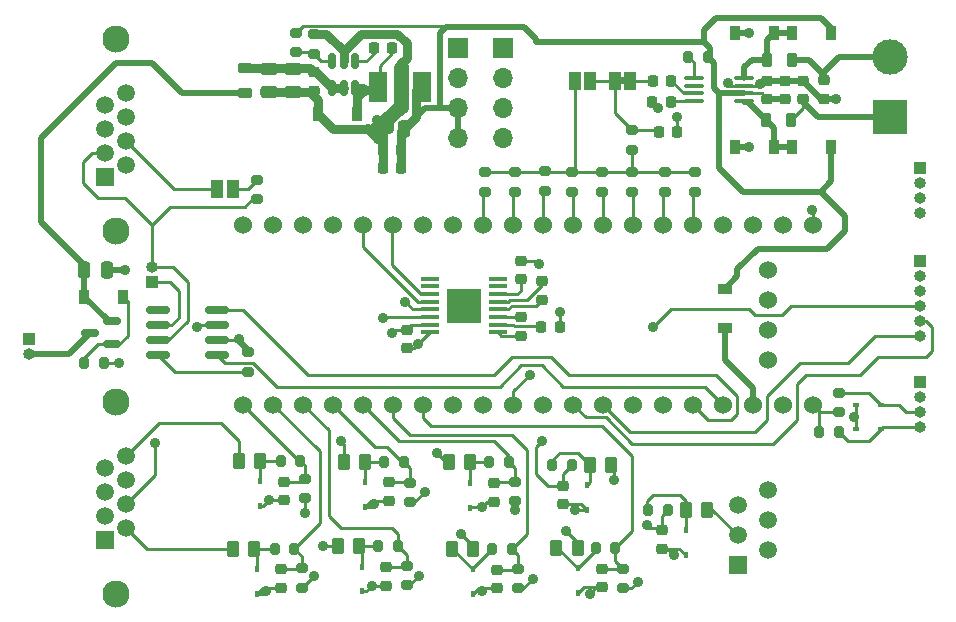
<source format=gtl>
G04 #@! TF.GenerationSoftware,KiCad,Pcbnew,(6.0.0)*
G04 #@! TF.CreationDate,2022-01-06T20:39:02+01:00*
G04 #@! TF.ProjectId,soar_audio,736f6172-5f61-4756-9469-6f2e6b696361,v1.0*
G04 #@! TF.SameCoordinates,Original*
G04 #@! TF.FileFunction,Copper,L1,Top*
G04 #@! TF.FilePolarity,Positive*
%FSLAX46Y46*%
G04 Gerber Fmt 4.6, Leading zero omitted, Abs format (unit mm)*
G04 Created by KiCad (PCBNEW (6.0.0)) date 2022-01-06 20:39:02*
%MOMM*%
%LPD*%
G01*
G04 APERTURE LIST*
G04 Aperture macros list*
%AMRoundRect*
0 Rectangle with rounded corners*
0 $1 Rounding radius*
0 $2 $3 $4 $5 $6 $7 $8 $9 X,Y pos of 4 corners*
0 Add a 4 corners polygon primitive as box body*
4,1,4,$2,$3,$4,$5,$6,$7,$8,$9,$2,$3,0*
0 Add four circle primitives for the rounded corners*
1,1,$1+$1,$2,$3*
1,1,$1+$1,$4,$5*
1,1,$1+$1,$6,$7*
1,1,$1+$1,$8,$9*
0 Add four rect primitives between the rounded corners*
20,1,$1+$1,$2,$3,$4,$5,0*
20,1,$1+$1,$4,$5,$6,$7,0*
20,1,$1+$1,$6,$7,$8,$9,0*
20,1,$1+$1,$8,$9,$2,$3,0*%
G04 Aperture macros list end*
G04 #@! TA.AperFunction,ComponentPad*
%ADD10R,1.500000X1.500000*%
G04 #@! TD*
G04 #@! TA.AperFunction,ComponentPad*
%ADD11C,1.500000*%
G04 #@! TD*
G04 #@! TA.AperFunction,ComponentPad*
%ADD12C,2.300000*%
G04 #@! TD*
G04 #@! TA.AperFunction,SMDPad,CuDef*
%ADD13RoundRect,0.100000X0.675000X0.100000X-0.675000X0.100000X-0.675000X-0.100000X0.675000X-0.100000X0*%
G04 #@! TD*
G04 #@! TA.AperFunction,SMDPad,CuDef*
%ADD14R,3.000000X3.000000*%
G04 #@! TD*
G04 #@! TA.AperFunction,SMDPad,CuDef*
%ADD15RoundRect,0.225000X-0.250000X0.225000X-0.250000X-0.225000X0.250000X-0.225000X0.250000X0.225000X0*%
G04 #@! TD*
G04 #@! TA.AperFunction,SMDPad,CuDef*
%ADD16RoundRect,0.225000X0.225000X0.250000X-0.225000X0.250000X-0.225000X-0.250000X0.225000X-0.250000X0*%
G04 #@! TD*
G04 #@! TA.AperFunction,ComponentPad*
%ADD17R,1.000000X1.000000*%
G04 #@! TD*
G04 #@! TA.AperFunction,ComponentPad*
%ADD18O,1.000000X1.000000*%
G04 #@! TD*
G04 #@! TA.AperFunction,SMDPad,CuDef*
%ADD19R,1.000000X1.500000*%
G04 #@! TD*
G04 #@! TA.AperFunction,SMDPad,CuDef*
%ADD20RoundRect,0.225000X0.250000X-0.225000X0.250000X0.225000X-0.250000X0.225000X-0.250000X-0.225000X0*%
G04 #@! TD*
G04 #@! TA.AperFunction,SMDPad,CuDef*
%ADD21R,0.900000X1.200000*%
G04 #@! TD*
G04 #@! TA.AperFunction,SMDPad,CuDef*
%ADD22RoundRect,0.200000X-0.275000X0.200000X-0.275000X-0.200000X0.275000X-0.200000X0.275000X0.200000X0*%
G04 #@! TD*
G04 #@! TA.AperFunction,SMDPad,CuDef*
%ADD23RoundRect,0.225000X-0.225000X-0.250000X0.225000X-0.250000X0.225000X0.250000X-0.225000X0.250000X0*%
G04 #@! TD*
G04 #@! TA.AperFunction,SMDPad,CuDef*
%ADD24RoundRect,0.150000X0.825000X0.150000X-0.825000X0.150000X-0.825000X-0.150000X0.825000X-0.150000X0*%
G04 #@! TD*
G04 #@! TA.AperFunction,SMDPad,CuDef*
%ADD25RoundRect,0.200000X-0.200000X-0.275000X0.200000X-0.275000X0.200000X0.275000X-0.200000X0.275000X0*%
G04 #@! TD*
G04 #@! TA.AperFunction,SMDPad,CuDef*
%ADD26RoundRect,0.250000X0.262500X0.450000X-0.262500X0.450000X-0.262500X-0.450000X0.262500X-0.450000X0*%
G04 #@! TD*
G04 #@! TA.AperFunction,SMDPad,CuDef*
%ADD27R,0.450000X0.600000*%
G04 #@! TD*
G04 #@! TA.AperFunction,ComponentPad*
%ADD28R,1.700000X1.700000*%
G04 #@! TD*
G04 #@! TA.AperFunction,ComponentPad*
%ADD29O,1.700000X1.700000*%
G04 #@! TD*
G04 #@! TA.AperFunction,SMDPad,CuDef*
%ADD30RoundRect,0.250000X-0.250000X-0.475000X0.250000X-0.475000X0.250000X0.475000X-0.250000X0.475000X0*%
G04 #@! TD*
G04 #@! TA.AperFunction,SMDPad,CuDef*
%ADD31RoundRect,0.250000X-0.475000X0.250000X-0.475000X-0.250000X0.475000X-0.250000X0.475000X0.250000X0*%
G04 #@! TD*
G04 #@! TA.AperFunction,SMDPad,CuDef*
%ADD32RoundRect,0.250000X-0.262500X-0.450000X0.262500X-0.450000X0.262500X0.450000X-0.262500X0.450000X0*%
G04 #@! TD*
G04 #@! TA.AperFunction,SMDPad,CuDef*
%ADD33RoundRect,0.200000X0.275000X-0.200000X0.275000X0.200000X-0.275000X0.200000X-0.275000X-0.200000X0*%
G04 #@! TD*
G04 #@! TA.AperFunction,ComponentPad*
%ADD34R,3.000000X3.000000*%
G04 #@! TD*
G04 #@! TA.AperFunction,ComponentPad*
%ADD35C,3.000000*%
G04 #@! TD*
G04 #@! TA.AperFunction,ComponentPad*
%ADD36C,1.524000*%
G04 #@! TD*
G04 #@! TA.AperFunction,SMDPad,CuDef*
%ADD37RoundRect,0.100000X-0.712500X-0.100000X0.712500X-0.100000X0.712500X0.100000X-0.712500X0.100000X0*%
G04 #@! TD*
G04 #@! TA.AperFunction,SMDPad,CuDef*
%ADD38R,0.600000X0.450000*%
G04 #@! TD*
G04 #@! TA.AperFunction,SMDPad,CuDef*
%ADD39RoundRect,0.218750X-0.218750X-0.381250X0.218750X-0.381250X0.218750X0.381250X-0.218750X0.381250X0*%
G04 #@! TD*
G04 #@! TA.AperFunction,SMDPad,CuDef*
%ADD40RoundRect,0.200000X0.200000X0.275000X-0.200000X0.275000X-0.200000X-0.275000X0.200000X-0.275000X0*%
G04 #@! TD*
G04 #@! TA.AperFunction,SMDPad,CuDef*
%ADD41RoundRect,0.250000X0.250000X0.475000X-0.250000X0.475000X-0.250000X-0.475000X0.250000X-0.475000X0*%
G04 #@! TD*
G04 #@! TA.AperFunction,SMDPad,CuDef*
%ADD42RoundRect,0.218750X0.381250X-0.218750X0.381250X0.218750X-0.381250X0.218750X-0.381250X-0.218750X0*%
G04 #@! TD*
G04 #@! TA.AperFunction,SMDPad,CuDef*
%ADD43RoundRect,0.150000X-0.150000X0.512500X-0.150000X-0.512500X0.150000X-0.512500X0.150000X0.512500X0*%
G04 #@! TD*
G04 #@! TA.AperFunction,SMDPad,CuDef*
%ADD44R,1.500000X2.500000*%
G04 #@! TD*
G04 #@! TA.AperFunction,SMDPad,CuDef*
%ADD45RoundRect,0.150000X0.587500X0.150000X-0.587500X0.150000X-0.587500X-0.150000X0.587500X-0.150000X0*%
G04 #@! TD*
G04 #@! TA.AperFunction,SMDPad,CuDef*
%ADD46R,1.200000X0.900000*%
G04 #@! TD*
G04 #@! TA.AperFunction,ComponentPad*
%ADD47R,1.520000X1.520000*%
G04 #@! TD*
G04 #@! TA.AperFunction,ComponentPad*
%ADD48C,1.520000*%
G04 #@! TD*
G04 #@! TA.AperFunction,ViaPad*
%ADD49C,0.900000*%
G04 #@! TD*
G04 #@! TA.AperFunction,Conductor*
%ADD50C,0.250000*%
G04 #@! TD*
G04 #@! TA.AperFunction,Conductor*
%ADD51C,0.500000*%
G04 #@! TD*
G04 #@! TA.AperFunction,Conductor*
%ADD52C,0.750000*%
G04 #@! TD*
G04 APERTURE END LIST*
G36*
X153920000Y-72944000D02*
G01*
X153420000Y-72944000D01*
X153420000Y-72344000D01*
X153920000Y-72344000D01*
X153920000Y-72944000D01*
G37*
D10*
X109853000Y-80776000D03*
D11*
X109853000Y-78744000D03*
X109853000Y-76712000D03*
X109853000Y-74680000D03*
X111633000Y-79760000D03*
X111633000Y-77728000D03*
X111633000Y-75696000D03*
X111633000Y-73664000D03*
D12*
X110743000Y-69086000D03*
X110743000Y-85346000D03*
D10*
X109853000Y-111510000D03*
D11*
X109853000Y-109478000D03*
X109853000Y-107446000D03*
X109853000Y-105414000D03*
X111633000Y-110494000D03*
X111633000Y-108462000D03*
X111633000Y-106430000D03*
X111633000Y-104398000D03*
D12*
X110743000Y-99820000D03*
X110743000Y-116080000D03*
D13*
X143083000Y-93969000D03*
X143083000Y-93319000D03*
X143083000Y-92669000D03*
X143083000Y-92019000D03*
X143083000Y-91369000D03*
X143083000Y-90719000D03*
X143083000Y-90069000D03*
X143083000Y-89419000D03*
X137333000Y-89419000D03*
X137333000Y-90069000D03*
X137333000Y-90719000D03*
X137333000Y-91369000D03*
X137333000Y-92019000D03*
X137333000Y-92669000D03*
X137333000Y-93319000D03*
X137333000Y-93969000D03*
D14*
X140208000Y-91694000D03*
D15*
X145034000Y-87884000D03*
X145034000Y-89434000D03*
D16*
X148336000Y-93472000D03*
X146786000Y-93472000D03*
D15*
X146812000Y-89636000D03*
X146812000Y-91186000D03*
X135382000Y-93726000D03*
X135382000Y-95276000D03*
X145034000Y-92684000D03*
X145034000Y-94234000D03*
D17*
X103378000Y-94488000D03*
D18*
X103378000Y-95758000D03*
D19*
X153020000Y-72644000D03*
X154320000Y-72644000D03*
D20*
X143002000Y-115596000D03*
X143002000Y-114046000D03*
D21*
X166496000Y-68580000D03*
X163196000Y-68580000D03*
D15*
X170688000Y-72631000D03*
X170688000Y-74181000D03*
D22*
X121920000Y-95632000D03*
X121920000Y-97282000D03*
D23*
X133337000Y-78486000D03*
X134887000Y-78486000D03*
D24*
X119315000Y-95885000D03*
X119315000Y-94615000D03*
X119315000Y-93345000D03*
X119315000Y-92075000D03*
X114365000Y-92075000D03*
X114365000Y-93345000D03*
X114365000Y-94615000D03*
X114365000Y-95885000D03*
D20*
X124968000Y-108167000D03*
X124968000Y-106617000D03*
D22*
X144526000Y-106617000D03*
X144526000Y-108267000D03*
D25*
X151384000Y-112205000D03*
X153034000Y-112205000D03*
D26*
X152701000Y-105156000D03*
X150876000Y-105156000D03*
D27*
X122936000Y-108683000D03*
X122936000Y-106583000D03*
D28*
X143510000Y-69860000D03*
D29*
X143510000Y-72400000D03*
X143510000Y-74940000D03*
X143510000Y-77480000D03*
D30*
X108082000Y-88646000D03*
X109982000Y-88646000D03*
D27*
X140970000Y-116112000D03*
X140970000Y-114012000D03*
D16*
X134125000Y-69850000D03*
X132575000Y-69850000D03*
D31*
X125730000Y-71694000D03*
X125730000Y-73594000D03*
D32*
X121158000Y-104839000D03*
X122983000Y-104839000D03*
D33*
X157226000Y-82042000D03*
X157226000Y-80392000D03*
D21*
X131190000Y-75438000D03*
X127890000Y-75438000D03*
D27*
X159004000Y-112810000D03*
X159004000Y-110710000D03*
D16*
X134887000Y-80010000D03*
X133337000Y-80010000D03*
D19*
X119350000Y-81788000D03*
X120650000Y-81788000D03*
D25*
X142368000Y-104965000D03*
X144018000Y-104965000D03*
D22*
X153670000Y-113983000D03*
X153670000Y-115633000D03*
D17*
X113792000Y-89662000D03*
D18*
X113792000Y-88392000D03*
D22*
X135382000Y-113729000D03*
X135382000Y-115379000D03*
D26*
X160829000Y-108966000D03*
X159004000Y-108966000D03*
D20*
X127508000Y-73485000D03*
X127508000Y-71935000D03*
D17*
X178816000Y-80010000D03*
D18*
X178816000Y-81280000D03*
X178816000Y-82550000D03*
X178816000Y-83820000D03*
D22*
X147066000Y-80329000D03*
X147066000Y-81979000D03*
D34*
X176276000Y-75692000D03*
D35*
X176276000Y-70612000D03*
D25*
X133478000Y-104902000D03*
X135128000Y-104902000D03*
D36*
X165989000Y-96266000D03*
X169799000Y-100076000D03*
X126619000Y-84836000D03*
X164719000Y-100076000D03*
X167259000Y-100076000D03*
X165989000Y-88646000D03*
X121539000Y-84836000D03*
X124079000Y-84836000D03*
X129159000Y-84836000D03*
X159639000Y-84836000D03*
X157099000Y-84836000D03*
X154559000Y-84836000D03*
X152019000Y-84836000D03*
X149479000Y-84836000D03*
X146939000Y-84836000D03*
X144399000Y-84836000D03*
X141859000Y-84836000D03*
X131699000Y-100076000D03*
X134239000Y-100076000D03*
X136779000Y-100076000D03*
X139319000Y-100076000D03*
X141859000Y-100076000D03*
X144399000Y-100076000D03*
X139319000Y-84836000D03*
X136779000Y-84836000D03*
X146939000Y-100076000D03*
X149479000Y-100076000D03*
X152019000Y-100076000D03*
X154559000Y-100076000D03*
X157099000Y-100076000D03*
X159639000Y-100076000D03*
X162179000Y-100076000D03*
X134239000Y-84836000D03*
X131699000Y-84836000D03*
X121539000Y-100076000D03*
X124079000Y-100076000D03*
X126619000Y-100076000D03*
X129159000Y-100076000D03*
X167259000Y-84836000D03*
X164719000Y-84836000D03*
X162179000Y-84836000D03*
X165989000Y-91186000D03*
X165989000Y-93726000D03*
X169799000Y-84836000D03*
D20*
X156972000Y-112281000D03*
X156972000Y-110731000D03*
X148590000Y-108484000D03*
X148590000Y-106934000D03*
D22*
X144526000Y-80392000D03*
X144526000Y-82042000D03*
D37*
X159732000Y-72431000D03*
X159732000Y-73081000D03*
X159732000Y-73731000D03*
X159732000Y-74381000D03*
X163957000Y-74381000D03*
X163957000Y-73731000D03*
X163957000Y-73081000D03*
X163957000Y-72431000D03*
D38*
X173448000Y-102108000D03*
X175548000Y-102108000D03*
D16*
X157747000Y-72644000D03*
X156197000Y-72644000D03*
D25*
X147702000Y-105156000D03*
X149352000Y-105156000D03*
D22*
X126492000Y-113920000D03*
X126492000Y-115570000D03*
X159766000Y-80392000D03*
X159766000Y-82042000D03*
D28*
X139700000Y-69860000D03*
D29*
X139700000Y-72400000D03*
X139700000Y-74940000D03*
X139700000Y-77480000D03*
D33*
X154432000Y-78486000D03*
X154432000Y-76836000D03*
D21*
X171322000Y-78232000D03*
X168022000Y-78232000D03*
D31*
X123698000Y-71694000D03*
X123698000Y-73594000D03*
D39*
X165908500Y-70866000D03*
X168033500Y-70866000D03*
D22*
X125984000Y-68580000D03*
X125984000Y-70230000D03*
D26*
X141017000Y-112268000D03*
X139192000Y-112268000D03*
D23*
X156184000Y-74422000D03*
X157734000Y-74422000D03*
D33*
X171958000Y-100710000D03*
X171958000Y-99060000D03*
D19*
X150906000Y-72644000D03*
X149606000Y-72644000D03*
D27*
X149860000Y-116049000D03*
X149860000Y-113949000D03*
D25*
X124206000Y-112268000D03*
X125856000Y-112268000D03*
D22*
X141986000Y-80392000D03*
X141986000Y-82042000D03*
D20*
X133604000Y-115405000D03*
X133604000Y-113855000D03*
D32*
X138938000Y-104965000D03*
X140763000Y-104965000D03*
D22*
X151892000Y-80392000D03*
X151892000Y-82042000D03*
D25*
X142622000Y-112268000D03*
X144272000Y-112268000D03*
D40*
X109728000Y-96520000D03*
X108078000Y-96520000D03*
D27*
X131826000Y-108746000D03*
X131826000Y-106646000D03*
D40*
X160891500Y-70612000D03*
X159241500Y-70612000D03*
D27*
X150622000Y-109000000D03*
X150622000Y-106900000D03*
D21*
X108078000Y-90932000D03*
X111378000Y-90932000D03*
D17*
X178816000Y-98176000D03*
D18*
X178816000Y-99446000D03*
X178816000Y-100716000D03*
X178816000Y-101986000D03*
D20*
X165908500Y-74194000D03*
X165908500Y-72644000D03*
D41*
X135128000Y-76708000D03*
X133228000Y-76708000D03*
D20*
X124714000Y-115570000D03*
X124714000Y-114020000D03*
D22*
X154432000Y-80392000D03*
X154432000Y-82042000D03*
D27*
X122682000Y-116112000D03*
X122682000Y-114012000D03*
D22*
X149352000Y-80392000D03*
X149352000Y-82042000D03*
D42*
X121666000Y-73726000D03*
X121666000Y-71601000D03*
D20*
X168956500Y-74194000D03*
X168956500Y-72644000D03*
D43*
X130998000Y-70998500D03*
X130048000Y-70998500D03*
X129098000Y-70998500D03*
X129098000Y-73273500D03*
X130048000Y-73273500D03*
X130998000Y-73273500D03*
D32*
X130048000Y-104902000D03*
X131873000Y-104902000D03*
D25*
X170308000Y-102362000D03*
X171958000Y-102362000D03*
D20*
X133858000Y-108204000D03*
X133858000Y-106654000D03*
D44*
X132952000Y-73152000D03*
X136652000Y-73152000D03*
D27*
X131572000Y-115887000D03*
X131572000Y-113787000D03*
D25*
X155830000Y-108966000D03*
X157480000Y-108966000D03*
D16*
X158268000Y-76962000D03*
X156718000Y-76962000D03*
D20*
X151892000Y-115533000D03*
X151892000Y-113983000D03*
D27*
X140716000Y-108809000D03*
X140716000Y-106709000D03*
D25*
X132970000Y-112077000D03*
X134620000Y-112077000D03*
D38*
X173448000Y-100076000D03*
X175548000Y-100076000D03*
D33*
X127508000Y-70358000D03*
X127508000Y-68708000D03*
D45*
X110411500Y-94930000D03*
X110411500Y-93030000D03*
X108536500Y-93980000D03*
D21*
X171322000Y-68580000D03*
X168022000Y-68580000D03*
D32*
X129540000Y-112077000D03*
X131365000Y-112077000D03*
D46*
X162306000Y-93598000D03*
X162306000Y-90298000D03*
D17*
X178816000Y-87884000D03*
D18*
X178816000Y-89154000D03*
X178816000Y-90424000D03*
X178816000Y-91694000D03*
X178816000Y-92964000D03*
X178816000Y-94234000D03*
D20*
X142748000Y-108293000D03*
X142748000Y-106743000D03*
D26*
X149860000Y-112205000D03*
X148035000Y-112205000D03*
D21*
X166496000Y-78232000D03*
X163196000Y-78232000D03*
D33*
X122682000Y-82676000D03*
X122682000Y-81026000D03*
D39*
X165815500Y-75946000D03*
X167940500Y-75946000D03*
D47*
X163426000Y-113660000D03*
D48*
X165966000Y-112390000D03*
X163426000Y-111120000D03*
X165966000Y-109850000D03*
X163426000Y-108580000D03*
X165966000Y-107310000D03*
D22*
X126746000Y-106363000D03*
X126746000Y-108013000D03*
D20*
X167432500Y-74194000D03*
X167432500Y-72644000D03*
D25*
X124714000Y-104839000D03*
X126364000Y-104839000D03*
D22*
X144780000Y-113983000D03*
X144780000Y-115633000D03*
X135636000Y-106680000D03*
X135636000Y-108330000D03*
D32*
X120650000Y-112268000D03*
X122475000Y-112268000D03*
D49*
X135215345Y-91352655D03*
X133350000Y-92710000D03*
X146558000Y-88138000D03*
X148336000Y-92202000D03*
X136352000Y-94950000D03*
X134112000Y-93980000D03*
X158242000Y-75692000D03*
X132588000Y-108458000D03*
X149606000Y-108966000D03*
X157988000Y-112776000D03*
X162557877Y-72831500D03*
X132969000Y-77597000D03*
X141732000Y-115824000D03*
X110998000Y-96520000D03*
X121158000Y-94488000D03*
X123444000Y-115824000D03*
X171704000Y-74168000D03*
X150876000Y-116078000D03*
X164338000Y-78232000D03*
X141732000Y-108712000D03*
X133858000Y-76708000D03*
X132423000Y-115405000D03*
X111506000Y-88646000D03*
X173228000Y-101092000D03*
X156677606Y-74943175D03*
X165310662Y-72956500D03*
X132080000Y-76708000D03*
X132842000Y-75946000D03*
X123735000Y-108167000D03*
X164338000Y-68580000D03*
X126746000Y-109220000D03*
X136906000Y-107442000D03*
X136398000Y-114554000D03*
X154940000Y-115062000D03*
X169672000Y-83566000D03*
X144526000Y-108966000D03*
X117602000Y-93472000D03*
X146050000Y-114808000D03*
X127508000Y-114554000D03*
X145796000Y-97536000D03*
X128270000Y-112014000D03*
X137922000Y-104140000D03*
X148844000Y-110744000D03*
X114046000Y-103365500D03*
X129794000Y-103136500D03*
X139954000Y-110998000D03*
X156210000Y-93472000D03*
X155702000Y-110236000D03*
X146812000Y-103124000D03*
X152908000Y-106426000D03*
D50*
X136327000Y-91369000D02*
X137333000Y-91369000D01*
X133391000Y-92669000D02*
X133350000Y-92710000D01*
X137333000Y-92669000D02*
X133391000Y-92669000D01*
X135881690Y-92019000D02*
X135215345Y-91352655D01*
X137333000Y-92019000D02*
X135881690Y-92019000D01*
X136327000Y-91369000D02*
X131699000Y-86741000D01*
X131699000Y-84836000D02*
X131699000Y-86741000D01*
X134112000Y-87884000D02*
X134112000Y-84963000D01*
X137333000Y-90719000D02*
X136607639Y-90719000D01*
X136607639Y-90719000D02*
X134112000Y-88223361D01*
X134112000Y-88223361D02*
X134112000Y-87884000D01*
X134112000Y-84963000D02*
X134239000Y-84836000D01*
X146304000Y-87884000D02*
X146558000Y-88138000D01*
X145034000Y-87884000D02*
X146304000Y-87884000D01*
X148336000Y-93472000D02*
X148336000Y-92202000D01*
X145034000Y-90424000D02*
X145034000Y-89434000D01*
X144739000Y-90719000D02*
X145034000Y-90424000D01*
X143083000Y-90719000D02*
X144739000Y-90719000D01*
X144144283Y-91186000D02*
X143961283Y-91369000D01*
X145542000Y-91186000D02*
X144144283Y-91186000D01*
X146812000Y-89916000D02*
X145542000Y-91186000D01*
X143961283Y-91369000D02*
X143083000Y-91369000D01*
X146812000Y-89636000D02*
X146812000Y-89916000D01*
X146304000Y-91694000D02*
X146812000Y-91186000D01*
X144272000Y-91694000D02*
X146304000Y-91694000D01*
X143947000Y-92019000D02*
X144272000Y-91694000D01*
X143083000Y-92019000D02*
X143947000Y-92019000D01*
X143098000Y-92684000D02*
X143083000Y-92669000D01*
X145034000Y-92684000D02*
X143098000Y-92684000D01*
X146773480Y-93459480D02*
X146786000Y-93472000D01*
X143083000Y-93319000D02*
X144416862Y-93319000D01*
X144416862Y-93319000D02*
X144557342Y-93459480D01*
X144557342Y-93459480D02*
X146773480Y-93459480D01*
X143348000Y-94234000D02*
X143083000Y-93969000D01*
X145034000Y-94234000D02*
X143348000Y-94234000D01*
X136026000Y-95276000D02*
X136352000Y-94950000D01*
X135382000Y-95276000D02*
X136026000Y-95276000D01*
X136352000Y-94950000D02*
X137333000Y-93969000D01*
X134366000Y-93726000D02*
X134112000Y-93980000D01*
X135382000Y-93726000D02*
X134366000Y-93726000D01*
X135789000Y-93319000D02*
X135382000Y-93726000D01*
X137333000Y-93319000D02*
X135789000Y-93319000D01*
X121539000Y-92075000D02*
X119315000Y-92075000D01*
X127000000Y-97536000D02*
X121539000Y-92075000D01*
X142748000Y-97536000D02*
X127000000Y-97536000D01*
X144272000Y-96012000D02*
X142748000Y-97536000D01*
X147574000Y-96012000D02*
X144272000Y-96012000D01*
X149098000Y-97536000D02*
X147574000Y-96012000D01*
X161543282Y-97536000D02*
X149098000Y-97536000D01*
X163322000Y-99314718D02*
X161543282Y-97536000D01*
X162814000Y-101346000D02*
X163322000Y-100838000D01*
X163322000Y-100838000D02*
X163322000Y-99314718D01*
X159639000Y-100076000D02*
X160909000Y-101346000D01*
X160909000Y-101346000D02*
X162814000Y-101346000D01*
X160655000Y-98552000D02*
X162179000Y-100076000D01*
X148590000Y-98552000D02*
X160655000Y-98552000D01*
X146799489Y-96761489D02*
X148590000Y-98552000D01*
X145046511Y-96761489D02*
X146799489Y-96761489D01*
X143256000Y-98552000D02*
X145046511Y-96761489D01*
X124406783Y-98552000D02*
X143256000Y-98552000D01*
X122412263Y-96557480D02*
X124406783Y-98552000D01*
X119987480Y-96557480D02*
X122412263Y-96557480D01*
X119315000Y-95885000D02*
X119987480Y-96557480D01*
D51*
X110744000Y-71120000D02*
X104394000Y-77470000D01*
X108082000Y-88646000D02*
X108082000Y-88270000D01*
X104394000Y-84582000D02*
X104394000Y-77470000D01*
X121666000Y-73726000D02*
X116398000Y-73726000D01*
X116398000Y-73726000D02*
X113792000Y-71120000D01*
X108078000Y-88650000D02*
X108082000Y-88646000D01*
X110176000Y-93030000D02*
X108078000Y-90932000D01*
X108078000Y-90932000D02*
X108078000Y-88650000D01*
X113792000Y-71120000D02*
X110744000Y-71120000D01*
X110411500Y-93030000D02*
X110176000Y-93030000D01*
X108082000Y-88270000D02*
X104394000Y-84582000D01*
D50*
X156972000Y-112281000D02*
X157493000Y-112281000D01*
X119315000Y-94615000D02*
X120903000Y-94615000D01*
D51*
X165908500Y-72644000D02*
X168956500Y-72644000D01*
D50*
X124714000Y-115570000D02*
X123224000Y-115570000D01*
D52*
X134930511Y-71176511D02*
X135382000Y-70725022D01*
D50*
X142748000Y-108293000D02*
X142151000Y-108293000D01*
D51*
X170688000Y-74181000D02*
X170493500Y-74181000D01*
D52*
X135128000Y-71374000D02*
X135128000Y-74930000D01*
D50*
X149640000Y-109000000D02*
X149606000Y-108966000D01*
X156184000Y-74422000D02*
X156184000Y-74449569D01*
X141732000Y-108712000D02*
X140813000Y-108712000D01*
D52*
X127890000Y-74296000D02*
X127890000Y-75438000D01*
D50*
X157493000Y-112281000D02*
X157988000Y-112776000D01*
X122936000Y-108683000D02*
X123219000Y-108683000D01*
X132300000Y-108746000D02*
X132588000Y-108458000D01*
X158475000Y-112281000D02*
X159004000Y-112810000D01*
D52*
X133337000Y-76817000D02*
X133228000Y-76708000D01*
D50*
X150622000Y-109000000D02*
X149640000Y-109000000D01*
D51*
X163196000Y-78232000D02*
X164338000Y-78232000D01*
D52*
X133228000Y-76068000D02*
X134620000Y-74676000D01*
D50*
X131572000Y-115887000D02*
X131941000Y-115887000D01*
X156972000Y-112281000D02*
X158475000Y-112281000D01*
D52*
X134620000Y-75324953D02*
X134620000Y-74676000D01*
D50*
X141960000Y-115596000D02*
X141732000Y-115824000D01*
X121920000Y-95632000D02*
X121920000Y-95250000D01*
X162807377Y-73081000D02*
X162557877Y-72831500D01*
D52*
X134563692Y-68683000D02*
X131534546Y-68683000D01*
D50*
X121920000Y-95250000D02*
X121158000Y-94488000D01*
X131941000Y-115887000D02*
X132423000Y-115405000D01*
D51*
X170688000Y-74181000D02*
X171691000Y-74181000D01*
D50*
X123156000Y-116112000D02*
X123444000Y-115824000D01*
X133604000Y-115405000D02*
X132423000Y-115405000D01*
D52*
X134620000Y-71487022D02*
X134930511Y-71176511D01*
D50*
X158268000Y-76962000D02*
X158268000Y-75718000D01*
X151892000Y-115533000D02*
X151421000Y-115533000D01*
D52*
X133858000Y-76086953D02*
X134620000Y-75324953D01*
D50*
X163957000Y-73081000D02*
X162807377Y-73081000D01*
X173448000Y-100872000D02*
X173228000Y-101092000D01*
X122682000Y-116112000D02*
X123156000Y-116112000D01*
X156184000Y-74449569D02*
X156677606Y-74943175D01*
D52*
X134930511Y-71176511D02*
X135128000Y-71374000D01*
D50*
X140813000Y-108712000D02*
X140716000Y-108809000D01*
D52*
X133337000Y-77965000D02*
X132969000Y-77597000D01*
X123698000Y-73594000D02*
X127188000Y-73594000D01*
D50*
X165471500Y-73081000D02*
X163957000Y-73081000D01*
X173448000Y-100076000D02*
X173448000Y-100872000D01*
X173448000Y-102108000D02*
X173448000Y-101312000D01*
X131826000Y-108746000D02*
X132300000Y-108746000D01*
X163957000Y-73081000D02*
X165186162Y-73081000D01*
X173448000Y-101312000D02*
X173228000Y-101092000D01*
D51*
X171691000Y-74181000D02*
X171704000Y-74168000D01*
D50*
X158268000Y-75718000D02*
X158242000Y-75692000D01*
D52*
X132969000Y-77597000D02*
X132080000Y-76708000D01*
D50*
X150376000Y-115533000D02*
X149860000Y-116049000D01*
D52*
X133228000Y-76708000D02*
X132080000Y-76708000D01*
D50*
X109728000Y-96520000D02*
X110998000Y-96520000D01*
D52*
X133337000Y-78486000D02*
X133337000Y-77965000D01*
X133337000Y-80010000D02*
X133337000Y-76817000D01*
X127188000Y-73594000D02*
X127890000Y-74296000D01*
D51*
X163196000Y-68580000D02*
X164338000Y-68580000D01*
D50*
X151421000Y-115533000D02*
X150876000Y-116078000D01*
D51*
X109982000Y-88646000D02*
X111506000Y-88646000D01*
D50*
X132080000Y-76708000D02*
X132842000Y-75946000D01*
D52*
X134620000Y-74676000D02*
X134620000Y-71487022D01*
D50*
X123224000Y-115570000D02*
X122682000Y-116112000D01*
X120903000Y-94615000D02*
X121920000Y-95632000D01*
X151892000Y-115533000D02*
X150376000Y-115533000D01*
X150106000Y-108484000D02*
X150622000Y-109000000D01*
D52*
X134733047Y-75324953D02*
X134620000Y-75324953D01*
D51*
X170493500Y-74181000D02*
X168956500Y-72644000D01*
D50*
X143002000Y-115596000D02*
X141960000Y-115596000D01*
D52*
X131534546Y-68683000D02*
X130048000Y-70169546D01*
D50*
X165186162Y-73081000D02*
X165310662Y-72956500D01*
X127399000Y-73594000D02*
X127508000Y-73485000D01*
X124968000Y-108167000D02*
X123735000Y-108167000D01*
X142151000Y-108293000D02*
X141732000Y-108712000D01*
D52*
X127508000Y-68708000D02*
X128586454Y-68708000D01*
D50*
X148590000Y-108484000D02*
X150106000Y-108484000D01*
X133228000Y-76708000D02*
X133858000Y-76708000D01*
D52*
X135382000Y-70725022D02*
X135382000Y-69501308D01*
X128586454Y-68708000D02*
X130048000Y-70169546D01*
X132080000Y-76708000D02*
X129160000Y-76708000D01*
X129160000Y-76708000D02*
X127890000Y-75438000D01*
X133858000Y-76708000D02*
X133858000Y-76086953D01*
D50*
X141486000Y-115596000D02*
X140970000Y-116112000D01*
D52*
X130048000Y-70998500D02*
X130048000Y-70169546D01*
D50*
X133858000Y-76708000D02*
X132969000Y-77597000D01*
X165908500Y-72644000D02*
X165471500Y-73081000D01*
X133858000Y-108204000D02*
X132368000Y-108204000D01*
X123219000Y-108683000D02*
X123735000Y-108167000D01*
X132368000Y-108204000D02*
X131826000Y-108746000D01*
X143002000Y-115596000D02*
X141486000Y-115596000D01*
D52*
X133228000Y-76708000D02*
X133228000Y-76068000D01*
X135128000Y-74930000D02*
X134733047Y-75324953D01*
X135382000Y-69501308D02*
X134563692Y-68683000D01*
D50*
X123605000Y-71601000D02*
X123698000Y-71694000D01*
D52*
X130048000Y-73273500D02*
X129098000Y-73273500D01*
D50*
X127267000Y-71694000D02*
X127508000Y-71935000D01*
X127508000Y-71935000D02*
X127759500Y-71935000D01*
D52*
X121666000Y-71601000D02*
X127174000Y-71601000D01*
X127711658Y-71935000D02*
X127508000Y-71935000D01*
X127174000Y-71601000D02*
X127508000Y-71935000D01*
X129050158Y-73273500D02*
X127711658Y-71935000D01*
X129098000Y-73273500D02*
X129050158Y-73273500D01*
D50*
X133096000Y-71374000D02*
X133096000Y-73406000D01*
D52*
X131190000Y-74042000D02*
X131826000Y-73406000D01*
X130998000Y-73273500D02*
X131693500Y-73273500D01*
D50*
X134125000Y-70345000D02*
X134125000Y-69850000D01*
X133096000Y-71374000D02*
X134125000Y-70345000D01*
D52*
X131693500Y-73273500D02*
X131826000Y-73406000D01*
X131190000Y-75438000D02*
X131190000Y-74042000D01*
X131826000Y-73406000D02*
X133096000Y-73406000D01*
D50*
X132588000Y-70358000D02*
X132588000Y-69863000D01*
X132588000Y-69863000D02*
X132575000Y-69850000D01*
X131947500Y-70998500D02*
X132588000Y-70358000D01*
X131947500Y-70998500D02*
X130998000Y-70998500D01*
D51*
X171322000Y-68198000D02*
X170434000Y-67310000D01*
X160528000Y-68326000D02*
X160528000Y-69342000D01*
X145288000Y-68072000D02*
X146304000Y-69088000D01*
X170942000Y-86868000D02*
X165100000Y-86868000D01*
X161406489Y-71126989D02*
X161406489Y-73268489D01*
X161798000Y-73660000D02*
X161798000Y-80010000D01*
X172466000Y-84074000D02*
X172466000Y-85344000D01*
X163390511Y-88577489D02*
X163390511Y-89213489D01*
D52*
X134887000Y-80010000D02*
X134887000Y-76949000D01*
D51*
X170434000Y-82042000D02*
X171322000Y-81154000D01*
D50*
X126580520Y-67983480D02*
X138595480Y-67983480D01*
D51*
X163830000Y-82042000D02*
X170434000Y-82042000D01*
X139700000Y-77480000D02*
X139700000Y-74940000D01*
X138684000Y-68072000D02*
X145288000Y-68072000D01*
D52*
X136146000Y-73406000D02*
X136146000Y-75690000D01*
D51*
X161036000Y-69850000D02*
X161036000Y-70467500D01*
X172466000Y-85344000D02*
X170942000Y-86868000D01*
X138166000Y-74940000D02*
X139700000Y-74940000D01*
X162052000Y-73660000D02*
X162123000Y-73731000D01*
X171322000Y-68580000D02*
X171322000Y-68198000D01*
X161036000Y-70467500D02*
X160891500Y-70612000D01*
D50*
X138595480Y-67983480D02*
X138684000Y-68072000D01*
D51*
X163390511Y-89213489D02*
X162306000Y-90298000D01*
X136146000Y-75690000D02*
X136896000Y-74940000D01*
X161798000Y-73660000D02*
X162052000Y-73660000D01*
X165100000Y-86868000D02*
X163390511Y-88577489D01*
X170434000Y-82042000D02*
X172466000Y-84074000D01*
D50*
X125984000Y-68580000D02*
X126580520Y-67983480D01*
D51*
X138166000Y-74940000D02*
X138166000Y-68590000D01*
X160891500Y-70612000D02*
X161406489Y-71126989D01*
D52*
X136146000Y-75690000D02*
X135128000Y-76708000D01*
D51*
X146304000Y-69088000D02*
X146304000Y-69342000D01*
X138166000Y-68590000D02*
X138684000Y-68072000D01*
X167432500Y-74194000D02*
X165908500Y-74194000D01*
X162123000Y-73731000D02*
X163957000Y-73731000D01*
D52*
X134887000Y-76949000D02*
X135128000Y-76708000D01*
D51*
X161798000Y-80010000D02*
X163830000Y-82042000D01*
X136896000Y-74940000D02*
X138166000Y-74940000D01*
X161544000Y-67310000D02*
X160528000Y-68326000D01*
X161406489Y-73268489D02*
X161798000Y-73660000D01*
X146304000Y-69342000D02*
X160528000Y-69342000D01*
D50*
X163957000Y-73731000D02*
X165445500Y-73731000D01*
X165445500Y-73731000D02*
X165908500Y-74194000D01*
D51*
X160528000Y-69342000D02*
X161036000Y-69850000D01*
X170434000Y-67310000D02*
X161544000Y-67310000D01*
X171322000Y-81154000D02*
X171322000Y-78232000D01*
D50*
X119315000Y-93345000D02*
X117729000Y-93345000D01*
X117729000Y-93345000D02*
X117602000Y-93472000D01*
X154369000Y-115633000D02*
X154940000Y-115062000D01*
X170433000Y-100710000D02*
X169799000Y-100076000D01*
X136018000Y-108330000D02*
X136906000Y-107442000D01*
X145225000Y-115633000D02*
X146050000Y-114808000D01*
X135573000Y-115379000D02*
X136398000Y-114554000D01*
X126746000Y-108013000D02*
X126746000Y-109220000D01*
X153670000Y-115633000D02*
X154369000Y-115633000D01*
X135382000Y-115379000D02*
X135573000Y-115379000D01*
X144526000Y-108267000D02*
X144526000Y-108966000D01*
X135636000Y-108330000D02*
X136018000Y-108330000D01*
X169799000Y-84836000D02*
X169799000Y-83693000D01*
X144780000Y-115633000D02*
X145225000Y-115633000D01*
X170308000Y-100585000D02*
X169799000Y-100076000D01*
X170308000Y-102362000D02*
X170308000Y-100585000D01*
X126492000Y-115570000D02*
X127508000Y-114554000D01*
X171958000Y-100710000D02*
X170433000Y-100710000D01*
X157775000Y-74381000D02*
X157734000Y-74422000D01*
X159732000Y-74381000D02*
X157775000Y-74381000D01*
X158834000Y-73731000D02*
X157747000Y-72644000D01*
X159732000Y-73731000D02*
X158834000Y-73731000D01*
X154320000Y-72644000D02*
X156197000Y-72644000D01*
X111064000Y-94930000D02*
X111760000Y-94234000D01*
X108078000Y-96138000D02*
X109286000Y-94930000D01*
X111760000Y-91314000D02*
X111378000Y-90932000D01*
X109286000Y-94930000D02*
X110411500Y-94930000D01*
X111760000Y-94234000D02*
X111760000Y-91314000D01*
X110411500Y-94930000D02*
X111064000Y-94930000D01*
X108078000Y-96520000D02*
X108078000Y-96138000D01*
X122936000Y-104886000D02*
X122983000Y-104839000D01*
X122936000Y-106583000D02*
X122936000Y-104886000D01*
X122983000Y-104839000D02*
X124714000Y-104839000D01*
X153020000Y-72644000D02*
X150906000Y-72644000D01*
X154432000Y-76836000D02*
X156592000Y-76836000D01*
X153020000Y-75424000D02*
X154432000Y-76836000D01*
X153020000Y-72644000D02*
X153020000Y-75424000D01*
X156592000Y-76836000D02*
X156718000Y-76962000D01*
D51*
X163957000Y-71501000D02*
X164592000Y-70866000D01*
X163957000Y-72431000D02*
X163957000Y-71501000D01*
X168022000Y-68580000D02*
X166496000Y-68580000D01*
X165908500Y-70866000D02*
X165908500Y-69167500D01*
X165908500Y-69167500D02*
X166496000Y-68580000D01*
X164592000Y-70866000D02*
X165908500Y-70866000D01*
X106758500Y-95758000D02*
X108536500Y-93980000D01*
X103378000Y-95758000D02*
X106758500Y-95758000D01*
D50*
X121666000Y-83312000D02*
X115316000Y-83312000D01*
X109220000Y-82550000D02*
X111506000Y-82550000D01*
X116840000Y-92964000D02*
X116840000Y-89662000D01*
X114365000Y-94615000D02*
X115189000Y-94615000D01*
X112522000Y-83566000D02*
X111506000Y-82550000D01*
X115189000Y-94615000D02*
X116840000Y-92964000D01*
X108708000Y-78744000D02*
X107950000Y-79502000D01*
X115316000Y-83312000D02*
X113792000Y-84836000D01*
X113792000Y-88392000D02*
X113792000Y-84836000D01*
X116840000Y-89662000D02*
X115570000Y-88392000D01*
X122682000Y-82676000D02*
X122302000Y-82676000D01*
X107950000Y-81280000D02*
X109220000Y-82550000D01*
X122302000Y-82676000D02*
X121666000Y-83312000D01*
X115570000Y-88392000D02*
X113792000Y-88392000D01*
X113792000Y-84836000D02*
X112522000Y-83566000D01*
X109853000Y-78744000D02*
X108708000Y-78744000D01*
X107950000Y-79502000D02*
X107950000Y-81280000D01*
X114365000Y-93345000D02*
X115443000Y-93345000D01*
X119350000Y-81788000D02*
X115693000Y-81788000D01*
X116078000Y-92710000D02*
X116078000Y-90424000D01*
X115316000Y-89662000D02*
X113792000Y-89662000D01*
X116078000Y-90424000D02*
X115316000Y-89662000D01*
X115693000Y-81788000D02*
X111633000Y-77728000D01*
X115443000Y-93345000D02*
X116078000Y-92710000D01*
X174532000Y-103124000D02*
X175548000Y-102108000D01*
X175670000Y-101986000D02*
X175548000Y-102108000D01*
X171958000Y-102362000D02*
X172720000Y-103124000D01*
X172720000Y-103124000D02*
X174532000Y-103124000D01*
X178816000Y-101986000D02*
X175670000Y-101986000D01*
X174532000Y-99060000D02*
X175548000Y-100076000D01*
X177038000Y-100076000D02*
X177678000Y-100716000D01*
X177678000Y-100716000D02*
X178816000Y-100716000D01*
X171958000Y-99060000D02*
X174532000Y-99060000D01*
X175548000Y-100076000D02*
X177038000Y-100076000D01*
X159766000Y-80392000D02*
X141986000Y-80392000D01*
X154432000Y-80392000D02*
X154432000Y-78486000D01*
X149352000Y-80392000D02*
X149606000Y-80138000D01*
X149606000Y-80138000D02*
X149606000Y-72644000D01*
X121920000Y-81788000D02*
X122682000Y-81026000D01*
X120650000Y-81788000D02*
X121920000Y-81788000D01*
X125984000Y-70230000D02*
X127380000Y-70230000D01*
X128148500Y-70998500D02*
X127508000Y-70358000D01*
X127380000Y-70230000D02*
X127508000Y-70358000D01*
X129098000Y-70998500D02*
X128148500Y-70998500D01*
X121920000Y-97282000D02*
X115762000Y-97282000D01*
X115762000Y-97282000D02*
X114365000Y-95885000D01*
D51*
X165815500Y-75946000D02*
X164300020Y-74430520D01*
X166496000Y-76626500D02*
X165815500Y-75946000D01*
X164300020Y-74430520D02*
X163957000Y-74430520D01*
X166496000Y-78232000D02*
X168022000Y-78232000D01*
X166496000Y-78232000D02*
X166496000Y-76626500D01*
D50*
X144399000Y-100076000D02*
X144399000Y-98933000D01*
X144399000Y-98933000D02*
X145796000Y-97536000D01*
X159732000Y-72431000D02*
X159732000Y-71102500D01*
X159732000Y-71102500D02*
X159241500Y-70612000D01*
X114431000Y-101600000D02*
X111633000Y-104398000D01*
X121158000Y-103124000D02*
X119634000Y-101600000D01*
X119634000Y-101600000D02*
X114431000Y-101600000D01*
X121158000Y-104839000D02*
X121158000Y-103124000D01*
X128333000Y-112077000D02*
X128270000Y-112014000D01*
X129540000Y-112077000D02*
X128333000Y-112077000D01*
X138938000Y-104965000D02*
X138747000Y-104965000D01*
X138747000Y-104965000D02*
X137922000Y-104140000D01*
X149860000Y-112205000D02*
X149860000Y-111760000D01*
X149860000Y-111760000D02*
X148844000Y-110744000D01*
X113407000Y-112268000D02*
X111633000Y-110494000D01*
X120650000Y-112268000D02*
X113407000Y-112268000D01*
X130048000Y-103390500D02*
X129794000Y-103136500D01*
X114046000Y-106049000D02*
X111633000Y-108462000D01*
X114046000Y-106049000D02*
X114046000Y-103365500D01*
X130048000Y-104902000D02*
X130048000Y-103390500D01*
X141017000Y-112061000D02*
X139954000Y-110998000D01*
X141017000Y-112268000D02*
X141017000Y-112061000D01*
X126302000Y-104839000D02*
X121539000Y-100076000D01*
X124968000Y-106617000D02*
X126492000Y-106617000D01*
X126364000Y-104839000D02*
X126302000Y-104839000D01*
X126746000Y-106363000D02*
X126746000Y-105221000D01*
X126492000Y-106617000D02*
X126746000Y-106363000D01*
X126746000Y-105221000D02*
X126364000Y-104839000D01*
X129794000Y-110490000D02*
X134112000Y-110490000D01*
X135382000Y-112839000D02*
X134620000Y-112077000D01*
X135256000Y-113855000D02*
X135382000Y-113729000D01*
X128778000Y-109474000D02*
X129794000Y-110490000D01*
X135382000Y-113729000D02*
X135382000Y-112839000D01*
X134620000Y-110998000D02*
X134620000Y-112077000D01*
X134112000Y-110490000D02*
X134620000Y-110998000D01*
X128778000Y-102235000D02*
X128778000Y-109474000D01*
X126619000Y-100076000D02*
X128778000Y-102235000D01*
X133604000Y-113855000D02*
X135256000Y-113855000D01*
X124714000Y-114020000D02*
X126392000Y-114020000D01*
X126492000Y-112904000D02*
X125856000Y-112268000D01*
X125856000Y-112268000D02*
X128016000Y-110108000D01*
X128016000Y-104013000D02*
X124079000Y-100076000D01*
X126492000Y-113920000D02*
X126492000Y-112904000D01*
X128016000Y-110108000D02*
X128016000Y-104013000D01*
X126392000Y-114020000D02*
X126492000Y-113920000D01*
X135636000Y-105410000D02*
X135128000Y-104902000D01*
X135128000Y-104902000D02*
X134988440Y-104902000D01*
X135636000Y-106680000D02*
X135636000Y-105410000D01*
X135610000Y-106654000D02*
X135636000Y-106680000D01*
X132715000Y-103632000D02*
X129159000Y-100076000D01*
X134988440Y-104902000D02*
X133718440Y-103632000D01*
X133858000Y-106654000D02*
X135610000Y-106654000D01*
X133718440Y-103632000D02*
X132715000Y-103632000D01*
X144526000Y-105473000D02*
X144018000Y-104965000D01*
X142874000Y-106617000D02*
X142748000Y-106743000D01*
X144526000Y-106617000D02*
X144526000Y-105473000D01*
X144018000Y-104394000D02*
X144018000Y-104965000D01*
X134747000Y-103124000D02*
X142748000Y-103124000D01*
X144526000Y-106617000D02*
X142874000Y-106617000D01*
X142748000Y-103124000D02*
X144018000Y-104394000D01*
X131699000Y-100076000D02*
X134747000Y-103124000D01*
X135636000Y-102616000D02*
X144272000Y-102616000D01*
X144780000Y-113983000D02*
X144780000Y-112776000D01*
X144717000Y-114046000D02*
X144780000Y-113983000D01*
X144272000Y-102616000D02*
X145542000Y-103886000D01*
X134239000Y-101219000D02*
X135636000Y-102616000D01*
X134239000Y-100076000D02*
X134239000Y-101219000D01*
X143002000Y-114046000D02*
X144717000Y-114046000D01*
X145542000Y-110998000D02*
X144272000Y-112268000D01*
X145542000Y-103886000D02*
X145542000Y-110998000D01*
X144780000Y-112776000D02*
X144272000Y-112268000D01*
X131572000Y-112284000D02*
X131365000Y-112077000D01*
X132970000Y-112077000D02*
X131365000Y-112077000D01*
X131572000Y-113787000D02*
X131572000Y-112284000D01*
X122682000Y-112475000D02*
X122475000Y-112268000D01*
X124206000Y-112268000D02*
X122475000Y-112268000D01*
X122682000Y-114012000D02*
X122682000Y-112475000D01*
X133478000Y-104902000D02*
X131873000Y-104902000D01*
X131826000Y-104949000D02*
X131873000Y-104902000D01*
X131826000Y-106646000D02*
X131826000Y-104949000D01*
X140716000Y-105012000D02*
X140763000Y-104965000D01*
X142368000Y-104965000D02*
X140763000Y-104965000D01*
X140716000Y-106709000D02*
X140716000Y-105012000D01*
X140970000Y-113920000D02*
X142622000Y-112268000D01*
X139226000Y-112268000D02*
X140970000Y-114012000D01*
X140970000Y-114012000D02*
X140970000Y-113920000D01*
X139192000Y-112268000D02*
X139226000Y-112268000D01*
X149860000Y-113949000D02*
X151384000Y-112425000D01*
X148116000Y-112205000D02*
X149860000Y-113949000D01*
X148035000Y-112205000D02*
X148116000Y-112205000D01*
X151384000Y-112425000D02*
X151384000Y-112205000D01*
X149860000Y-104140000D02*
X148336000Y-104140000D01*
X147702000Y-104774000D02*
X147702000Y-105156000D01*
X148336000Y-104140000D02*
X147702000Y-104774000D01*
X150876000Y-106646000D02*
X150622000Y-106900000D01*
X150876000Y-105156000D02*
X149860000Y-104140000D01*
X150876000Y-105156000D02*
X150876000Y-106646000D01*
X168956500Y-74930000D02*
X167940500Y-75946000D01*
D51*
X170180000Y-75692000D02*
X176276000Y-75692000D01*
X168956500Y-74194000D02*
X168956500Y-74468500D01*
X168956500Y-74468500D02*
X170180000Y-75692000D01*
D50*
X168956500Y-74194000D02*
X168956500Y-74930000D01*
X164338000Y-91948000D02*
X157734000Y-91948000D01*
X178816000Y-91694000D02*
X167894000Y-91694000D01*
X164846000Y-92456000D02*
X164338000Y-91948000D01*
X167894000Y-91694000D02*
X167132000Y-92456000D01*
X167132000Y-92456000D02*
X164846000Y-92456000D01*
X157734000Y-91948000D02*
X156210000Y-93472000D01*
X179832000Y-95504000D02*
X179832000Y-93472000D01*
X168402000Y-98298000D02*
X169164000Y-97536000D01*
X150565511Y-101162511D02*
X152216511Y-101162511D01*
X179324000Y-92964000D02*
X178816000Y-92964000D01*
X154432000Y-103378000D02*
X166370000Y-103378000D01*
X166370000Y-103378000D02*
X168402000Y-101346000D01*
X173736000Y-97536000D02*
X175260000Y-96012000D01*
X175260000Y-96012000D02*
X179324000Y-96012000D01*
X168402000Y-101346000D02*
X168402000Y-98298000D01*
X152216511Y-101162511D02*
X154432000Y-103378000D01*
X149479000Y-100076000D02*
X150565511Y-101162511D01*
X179324000Y-96012000D02*
X179832000Y-95504000D01*
X179832000Y-93472000D02*
X179324000Y-92964000D01*
X169164000Y-97536000D02*
X173736000Y-97536000D01*
X164846000Y-102362000D02*
X165862000Y-101346000D01*
X165862000Y-99314000D02*
X168656000Y-96520000D01*
X168656000Y-96520000D02*
X172720000Y-96520000D01*
X152019000Y-100076000D02*
X154305000Y-102362000D01*
X172720000Y-96520000D02*
X175006000Y-94234000D01*
X154305000Y-102362000D02*
X164846000Y-102362000D01*
X175006000Y-94234000D02*
X178816000Y-94234000D01*
X165862000Y-101346000D02*
X165862000Y-99314000D01*
X156731000Y-110490000D02*
X156972000Y-110731000D01*
X156972000Y-109474000D02*
X157480000Y-108966000D01*
X156972000Y-110731000D02*
X156972000Y-109474000D01*
X155702000Y-110490000D02*
X156731000Y-110490000D01*
X136779000Y-100076000D02*
X136779000Y-101219000D01*
X153034000Y-113347000D02*
X153670000Y-113983000D01*
X154432000Y-104394000D02*
X154432000Y-110807000D01*
X154432000Y-110807000D02*
X153034000Y-112205000D01*
X151892000Y-101854000D02*
X154432000Y-104394000D01*
X151892000Y-113983000D02*
X153670000Y-113983000D01*
X153034000Y-112205000D02*
X153034000Y-113347000D01*
X137414000Y-101854000D02*
X151892000Y-101854000D01*
X136779000Y-101219000D02*
X137414000Y-101854000D01*
X147320000Y-106934000D02*
X146304000Y-105918000D01*
X148590000Y-106934000D02*
X147320000Y-106934000D01*
X146304000Y-103632000D02*
X146304000Y-105918000D01*
X146812000Y-103124000D02*
X146304000Y-103632000D01*
X148590000Y-106934000D02*
X148590000Y-105918000D01*
X148590000Y-105918000D02*
X149352000Y-105156000D01*
X155702000Y-108838000D02*
X155830000Y-108966000D01*
X155702000Y-108204000D02*
X155702000Y-108838000D01*
X159004000Y-108966000D02*
X159004000Y-108204000D01*
X159004000Y-108204000D02*
X158496000Y-107696000D01*
X156210000Y-107696000D02*
X155702000Y-108204000D01*
X159004000Y-110710000D02*
X159004000Y-108966000D01*
X158496000Y-107696000D02*
X156210000Y-107696000D01*
X152908000Y-105363000D02*
X152701000Y-105156000D01*
X152908000Y-106426000D02*
X152908000Y-105363000D01*
X161272000Y-108966000D02*
X160829000Y-108966000D01*
X163426000Y-111120000D02*
X161272000Y-108966000D01*
X159639000Y-82169000D02*
X159766000Y-82042000D01*
X159639000Y-84836000D02*
X159639000Y-82169000D01*
X157099000Y-84836000D02*
X157099000Y-82169000D01*
X157099000Y-82169000D02*
X157226000Y-82042000D01*
X154559000Y-82169000D02*
X154432000Y-82042000D01*
X154559000Y-84836000D02*
X154559000Y-82169000D01*
X152019000Y-82169000D02*
X151892000Y-82042000D01*
X152019000Y-84836000D02*
X152019000Y-82169000D01*
X149479000Y-82169000D02*
X149352000Y-82042000D01*
X149479000Y-84836000D02*
X149479000Y-82169000D01*
X146939000Y-82106000D02*
X147066000Y-81979000D01*
X146939000Y-84836000D02*
X146939000Y-82106000D01*
X144399000Y-82169000D02*
X144526000Y-82042000D01*
X144399000Y-84836000D02*
X144399000Y-82169000D01*
X141859000Y-84836000D02*
X141859000Y-82169000D01*
X141859000Y-82169000D02*
X141986000Y-82042000D01*
D51*
X170688000Y-72631000D02*
X170688000Y-71882000D01*
X169418000Y-70866000D02*
X168033500Y-70866000D01*
X171958000Y-70612000D02*
X176276000Y-70612000D01*
X170688000Y-72631000D02*
X170688000Y-72136000D01*
X170688000Y-71882000D02*
X171958000Y-70612000D01*
X170688000Y-72136000D02*
X169418000Y-70866000D01*
X164719000Y-100076000D02*
X164719000Y-98679000D01*
X162306000Y-96266000D02*
X162306000Y-93598000D01*
X164719000Y-98679000D02*
X162306000Y-96266000D01*
M02*

</source>
